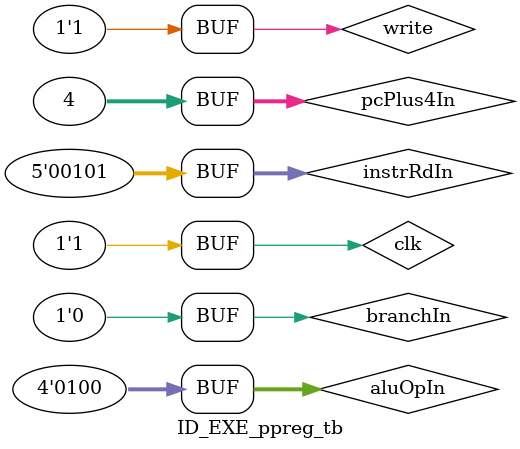
<source format=v>
module ID_EXE_ppreg (
	pcPlus4Out, pcPlus4In,
	instrRsOut, instrRsIn, instrRtOut, instrRtIn, instrRdOut, instrRdIn,
	imm32Out, imm32In, shamtOut, shamtIn,
	regData1Out, regData1In, regData2Out, regData2In,
	aluOpOut, aluOpIn, aluSrcOut, aluSrcIn, shiftOut, shiftIn,
	regDstOut, regDstIn, regWriteOut, regWriteIn,
	branchOut, branchIn, memToRegOut, memToRegIn,
	memWriteOut, memWriteIn, memReadOut, memReadIn,
	loadFullWordOut, loadFullWordIn, loadSignedOut, loadSignedIn,
	write, reset, clk);
	input write, reset, clk;
	input [31:0] pcPlus4In, imm32In, regData1In, regData2In;
	input [4:0] instrRsIn, instrRtIn, instrRdIn, shamtIn;
	input [3:0] aluOpIn;
	input aluSrcIn, shiftIn, regDstIn, regWriteIn, branchIn, memToRegIn;
	input memWriteIn, memReadIn, loadFullWordIn, loadSignedIn;
	output [31:0] pcPlus4Out, imm32Out, regData1Out, regData2Out;
	output [4:0] instrRsOut, instrRtOut, instrRdOut, shamtOut;
	output [3:0] aluOpOut;
	output aluSrcOut, shiftOut, regDstOut, regWriteOut, branchOut, memToRegOut;
	output memWriteOut, memReadOut, loadFullWordOut, loadSignedOut;

	wire [4:0] aluOpIn5, aluOpOut5;

	assign aluOpOut = aluOpOut5[3:0];
	assign aluOpIn5 = { 1'd0, aluOpIn };

	register_32 pcPlus4Reg (pcPlus4Out, pcPlus4In, write, reset, clk);
	register_32 imm32Reg (imm32Out, imm32In, write, reset, clk);
	register_32 regData1Reg (regData1Out, regData1In, write, reset, clk);
	register_32 regData2Reg (regData2Out, regData2In, write, reset, clk);

	register_5 instrRsReg (instrRsOut, instrRsIn, write, reset, clk);
	register_5 instrRtReg (instrRtOut, instrRtIn, write, reset, clk);
	register_5 instrRdReg (instrRdOut, instrRdIn, write, reset, clk);
	register_5 shamtReg (shamtOut, shamtIn, write, reset, clk);

	register_5 aluOpReg (aluOpOut5, aluOpIn5, write, reset, clk);

	D_FlipFlop aluSrcFF	(aluSrcOut, aluSrcIn, write, reset, clk);
	D_FlipFlop shiftFF	(shiftOut, shiftIn, write, reset, clk);
	D_FlipFlop regDstFF	(regDstOut, regDstIn, write, reset, clk);
	D_FlipFlop regWriteFF	(regWriteOut, regWriteIn, write, reset, clk);
	D_FlipFlop branchFF	(branchOut, branchIn, write, reset, clk);
	D_FlipFlop memToRegFF	(memToRegOut, memToRegIn, write, reset, clk);

	D_FlipFlop memWriteFF	(memWriteOut, memWriteIn, write, reset, clk);
	D_FlipFlop memReadFF	(memReadOut, memReadIn, write, reset, clk);
	D_FlipFlop loadFullWord	(loadFullWordOut, loadFullWordIn, write, reset, clk);
	D_FlipFlop loadSignedFF	(loadSignedOut, loadSignedIn, write, reset, clk);

endmodule

module ID_EXE_ppreg_tb ();
	reg write, reset, clk;
	reg [31:0] pcPlus4In, imm32In, regData1In, regData2In;
	reg [4:0] instrRsIn, instrRtIn, instrRdIn, shamt32In;
	reg [3:0] aluOpIn;
	reg aluSrcIn, shiftIn, regDstIn, regWriteIn, branchIn, memToRegIn;
	reg memWriteIn, memReadIn, loadFullWordIn, loadSignedIn;
	wire [31:0] pcPlus4Out, imm32Out, regData1Out, regData2Out;
	wire [4:0] instrRsOut, instrRtOut, instrRdOut, shamt32Out;
	wire [3:0] aluOpOut;
	wire aluSrcOut, shiftOut, regDstOut, regWriteOut, branchOut, memToRegOut;
	wire memWriteOut, memReadOut, loadFullWordOut, loadSignedOut;

	ID_EXE_ppreg testPPreg (
		pcPlus4Out, pcPlus4In,
		instrRsOut, instrRsIn, instrRtOut, instrRtIn, instrRdOut, instrRdIn,
		imm32Out, imm32In, shamt32Out, shamt32In,
		regData1Out, regData1In, regData2Out, regData2In,
		aluOpOut, aluOpIn, aluSrcOut, aluSrcIn, shiftOut, shiftIn,
		regDstOut, regDstIn, regWriteOut, regWriteIn,
		branchOut, branchIn, memToRegOut, memToRegIn,
		memWriteOut, memWriteIn, memReadOut, memReadIn,
		loadFullWordOut, loadFullWordIn, loadSignedOut, loadSignedIn,
		write, reset, clk);

	initial begin

		$monitor("PC in: %h, PC out: %h, Rd in: %h, Rd out: %h, ALU in: %h, ALU out: %h, branch in: %b, branch out: %b", pcPlus4In, pcPlus4Out, instrRdIn, instrRdOut, aluOpIn, aluOpOut, branchIn, branchOut);

		pcPlus4In <= 32'd4;
		instrRdIn <= 5'd5;
		aluOpIn <= 4'd4;
		branchIn <= 1'b0;

		write <= 1;
		#5 clk <= 1;

	end

endmodule

</source>
